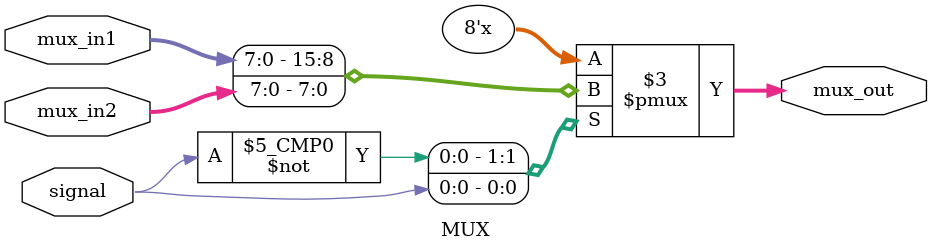
<source format=v>
`timescale 1ns / 1ps


module MUX(
    input wire signal,  // Ensure signal is wire (default for inputs)
    input wire [7:0] mux_in1,
    input wire [7:0] mux_in2,
    output reg [7:0] mux_out // Must be 'reg' since it’s assigned in always block
);

initial begin
    mux_out = 8'b0;
end
always @(*) begin
   case(signal)
       1'b0: mux_out = mux_in1;
       1'b1: mux_out = mux_in2;
   endcase
end

endmodule

</source>
